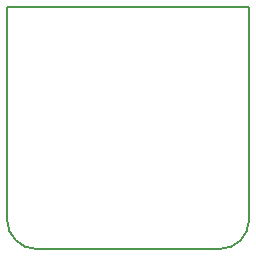
<source format=gm1>
G04 #@! TF.GenerationSoftware,KiCad,Pcbnew,5.0.2-bee76a0~70~ubuntu16.04.1*
G04 #@! TF.CreationDate,2018-12-16T16:52:19+05:30*
G04 #@! TF.ProjectId,voltage_6V,766f6c74-6167-4655-9f36-562e6b696361,rev?*
G04 #@! TF.SameCoordinates,Original*
G04 #@! TF.FileFunction,Profile,NP*
%FSLAX46Y46*%
G04 Gerber Fmt 4.6, Leading zero omitted, Abs format (unit mm)*
G04 Created by KiCad (PCBNEW 5.0.2-bee76a0~70~ubuntu16.04.1) date Sun Dec 16 16:52:19 2018*
%MOMM*%
%LPD*%
G01*
G04 APERTURE LIST*
%ADD10C,0.150000*%
G04 APERTURE END LIST*
D10*
X160500000Y-103000000D02*
G75*
G02X158000000Y-105500000I-2500000J0D01*
G01*
X142500000Y-105500000D02*
G75*
G02X140000000Y-103000000I0J2500000D01*
G01*
X142500000Y-105500000D02*
X158000000Y-105500000D01*
X140000000Y-85000000D02*
X140000000Y-103000000D01*
X160500000Y-85000000D02*
X160500000Y-103000000D01*
X140000000Y-85000000D02*
X160500000Y-85000000D01*
M02*

</source>
